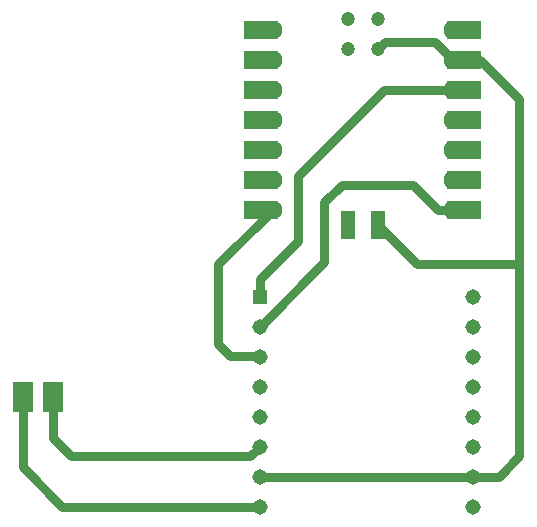
<source format=gbr>
%TF.GenerationSoftware,KiCad,Pcbnew,9.0.3*%
%TF.CreationDate,2025-11-18T20:17:12-05:00*%
%TF.ProjectId,DFPlayer,4446506c-6179-4657-922e-6b696361645f,rev?*%
%TF.SameCoordinates,Original*%
%TF.FileFunction,Copper,L1,Top*%
%TF.FilePolarity,Positive*%
%FSLAX46Y46*%
G04 Gerber Fmt 4.6, Leading zero omitted, Abs format (unit mm)*
G04 Created by KiCad (PCBNEW 9.0.3) date 2025-11-18 20:17:12*
%MOMM*%
%LPD*%
G01*
G04 APERTURE LIST*
%TA.AperFunction,ComponentPad*%
%ADD10C,1.308000*%
%TD*%
%TA.AperFunction,ComponentPad*%
%ADD11R,1.308000X1.308000*%
%TD*%
%TA.AperFunction,ComponentPad*%
%ADD12C,1.600000*%
%TD*%
%TA.AperFunction,SMDPad,CuDef*%
%ADD13R,3.000000X1.600000*%
%TD*%
%TA.AperFunction,SMDPad,CuDef*%
%ADD14R,1.200000X2.400000*%
%TD*%
%TA.AperFunction,SMDPad,CuDef*%
%ADD15C,1.200000*%
%TD*%
%TA.AperFunction,SMDPad,CuDef*%
%ADD16R,1.700000X2.500000*%
%TD*%
%TA.AperFunction,Conductor*%
%ADD17C,0.800000*%
%TD*%
G04 APERTURE END LIST*
D10*
%TO.P,U1,4,DAC_R*%
%TO.N,unconnected-(U1-DAC_R-Pad4)*%
X106000000Y-112620000D03*
%TO.P,U1,5,DAC_L*%
%TO.N,unconnected-(U1-DAC_L-Pad5)*%
X106000000Y-115160000D03*
%TO.P,U1,13,ADKEY2*%
%TO.N,unconnected-(U1-ADKEY2-Pad13)*%
X124034000Y-112620000D03*
%TO.P,U1,12,ADKEY1*%
%TO.N,unconnected-(U1-ADKEY1-Pad12)*%
X124034000Y-115160000D03*
%TO.P,U1,6,SPK1*%
%TO.N,Net-(U1-SPK1)*%
X106000000Y-117700000D03*
%TO.P,U1,3,TX*%
%TO.N,Net-(M1-D6)*%
X106000000Y-110080000D03*
%TO.P,U1,14,USB+*%
%TO.N,unconnected-(U1-USB+-Pad14)*%
X124034000Y-110080000D03*
%TO.P,U1,11,IO2*%
%TO.N,unconnected-(U1-IO2-Pad11)*%
X124034000Y-117700000D03*
%TO.P,U1,2,RX*%
%TO.N,Net-(M1-D7)*%
X106000000Y-107540000D03*
%TO.P,U1,15,USB-*%
%TO.N,unconnected-(U1-USB--Pad15)*%
X124034000Y-107540000D03*
%TO.P,U1,7,GND*%
%TO.N,PWR_GND*%
X106000000Y-120240000D03*
%TO.P,U1,10,GND__1*%
X124034000Y-120240000D03*
D11*
%TO.P,U1,1,VCC*%
%TO.N,Net-(M1-3V3)*%
X106000000Y-105000000D03*
D10*
%TO.P,U1,16,BUSY*%
%TO.N,unconnected-(U1-BUSY-Pad16)*%
X124034000Y-105000000D03*
%TO.P,U1,8,SPK2*%
%TO.N,Net-(U1-SPK2)*%
X106000000Y-122780000D03*
%TO.P,U1,9,IO1*%
%TO.N,unconnected-(U1-IO1-Pad9)*%
X124034000Y-122780000D03*
%TD*%
D12*
%TO.P,M1,1,D0*%
%TO.N,unconnected-(M1-D0-Pad1)_1*%
X107115000Y-82380000D03*
D13*
%TO.N,unconnected-(M1-D0-Pad1)*%
X106115000Y-82380000D03*
D12*
%TO.P,M1,2,D1*%
%TO.N,unconnected-(M1-D1-Pad2)*%
X107115000Y-84920000D03*
D13*
%TO.N,unconnected-(M1-D1-Pad2)_1*%
X106115000Y-84920000D03*
D12*
%TO.P,M1,3,D2*%
%TO.N,unconnected-(M1-D2-Pad3)_1*%
X107115000Y-87460000D03*
D13*
%TO.N,unconnected-(M1-D2-Pad3)*%
X106115000Y-87460000D03*
D12*
%TO.P,M1,4,D3*%
%TO.N,unconnected-(M1-D3-Pad4)_1*%
X107115000Y-90000000D03*
D13*
%TO.N,unconnected-(M1-D3-Pad4)*%
X106115000Y-90000000D03*
D12*
%TO.P,M1,5,D4*%
%TO.N,unconnected-(M1-D4-Pad5)*%
X107115000Y-92540000D03*
D13*
%TO.N,unconnected-(M1-D4-Pad5)_1*%
X106115000Y-92540000D03*
D12*
%TO.P,M1,6,D5*%
%TO.N,unconnected-(M1-D5-Pad6)_1*%
X107115000Y-95080000D03*
D13*
%TO.N,unconnected-(M1-D5-Pad6)*%
X106115000Y-95080000D03*
D12*
%TO.P,M1,7,D6*%
%TO.N,Net-(M1-D6)*%
X107115000Y-97620000D03*
D13*
X106115000Y-97620000D03*
D12*
%TO.P,M1,8,D7*%
%TO.N,Net-(M1-D7)*%
X122350000Y-97620000D03*
D13*
X123350000Y-97620000D03*
D12*
%TO.P,M1,9,D8*%
%TO.N,unconnected-(M1-D8-Pad9)_1*%
X122350000Y-95080000D03*
D13*
%TO.N,unconnected-(M1-D8-Pad9)*%
X123350000Y-95080000D03*
D12*
%TO.P,M1,10,D9*%
%TO.N,unconnected-(M1-D9-Pad10)*%
X122350000Y-92540000D03*
D13*
%TO.N,unconnected-(M1-D9-Pad10)_1*%
X123350000Y-92540000D03*
D12*
%TO.P,M1,11,D10*%
%TO.N,unconnected-(M1-D10-Pad11)_1*%
X122350000Y-90000000D03*
D13*
%TO.N,unconnected-(M1-D10-Pad11)*%
X123350000Y-90000000D03*
D12*
%TO.P,M1,12,3V3*%
%TO.N,Net-(M1-3V3)*%
X122350000Y-87460000D03*
D13*
X123350000Y-87460000D03*
D12*
%TO.P,M1,13,GND*%
%TO.N,PWR_GND*%
X122350000Y-84920000D03*
D13*
X123350000Y-84920000D03*
D12*
%TO.P,M1,14,5V*%
%TO.N,unconnected-(M1-5V-Pad14)_1*%
X122350000Y-82380000D03*
D13*
%TO.N,unconnected-(M1-5V-Pad14)*%
X123350000Y-82380000D03*
D14*
%TO.P,M1,15,GND*%
%TO.N,PWR_GND*%
X116005000Y-98890000D03*
%TO.P,M1,16,VIN*%
%TO.N,unconnected-(M1-VIN-Pad16)*%
X113465000Y-98890000D03*
D15*
%TO.P,M1,17,SWDIO*%
%TO.N,unconnected-(M1-SWDIO-Pad17)*%
X113460000Y-81500000D03*
%TO.P,M1,18,RESET*%
%TO.N,unconnected-(M1-RESET-Pad18)*%
X113460000Y-84040000D03*
%TO.P,M1,19,GND*%
%TO.N,PWR_GND*%
X116000000Y-84040000D03*
%TO.P,M1,20,SWCLK*%
%TO.N,unconnected-(M1-SWCLK-Pad20)*%
X116000000Y-81500000D03*
%TD*%
D16*
%TO.P,LS1,1,1*%
%TO.N,Net-(U1-SPK2)*%
X85960000Y-113500000D03*
%TO.P,LS1,2,2*%
%TO.N,Net-(U1-SPK1)*%
X88500000Y-113500000D03*
%TD*%
D17*
%TO.N,PWR_GND*%
X106000000Y-120240000D02*
X124034000Y-120240000D01*
X128000000Y-102500000D02*
X127750000Y-102250000D01*
X119365000Y-102250000D02*
X116005000Y-98890000D01*
X127750000Y-102250000D02*
X119365000Y-102250000D01*
X128000000Y-102500000D02*
X128000000Y-88250000D01*
X128000000Y-88250000D02*
X124670000Y-84920000D01*
X124670000Y-84920000D02*
X122350000Y-84920000D01*
%TO.N,Net-(M1-3V3)*%
X106000000Y-105000000D02*
X106000000Y-103500000D01*
X106000000Y-103500000D02*
X109250000Y-100250000D01*
X116540000Y-87460000D02*
X122350000Y-87460000D01*
X109250000Y-100250000D02*
X109250000Y-94750000D01*
X109250000Y-94750000D02*
X116540000Y-87460000D01*
%TO.N,Net-(U1-SPK2)*%
X85960000Y-113500000D02*
X85960000Y-119460000D01*
X85960000Y-119460000D02*
X89280000Y-122780000D01*
X89280000Y-122780000D02*
X106000000Y-122780000D01*
%TO.N,Net-(U1-SPK1)*%
X88500000Y-113500000D02*
X88500000Y-117000000D01*
X88500000Y-117000000D02*
X90000000Y-118500000D01*
X105200000Y-118500000D02*
X106000000Y-117700000D01*
X90000000Y-118500000D02*
X105200000Y-118500000D01*
%TO.N,Net-(M1-D7)*%
X106000000Y-107540000D02*
X111500000Y-102040000D01*
X113000000Y-95500000D02*
X119000000Y-95500000D01*
X111500000Y-102040000D02*
X111500000Y-97000000D01*
X119000000Y-95500000D02*
X121120000Y-97620000D01*
X111500000Y-97000000D02*
X113000000Y-95500000D01*
X121120000Y-97620000D02*
X122350000Y-97620000D01*
%TO.N,PWR_GND*%
X128000000Y-102500000D02*
X128000000Y-118500000D01*
X128000000Y-118500000D02*
X126260000Y-120240000D01*
X126260000Y-120240000D02*
X124034000Y-120240000D01*
X122350000Y-84920000D02*
X120829000Y-83399000D01*
X120829000Y-83399000D02*
X116641000Y-83399000D01*
X116641000Y-83399000D02*
X116000000Y-84040000D01*
%TO.N,Net-(M1-D6)*%
X106000000Y-110080000D02*
X105920000Y-110000000D01*
X105920000Y-110000000D02*
X103500000Y-110000000D01*
X103500000Y-110000000D02*
X102500000Y-109000000D01*
X102500000Y-109000000D02*
X102500000Y-102235000D01*
X102500000Y-102235000D02*
X107115000Y-97620000D01*
%TD*%
M02*

</source>
